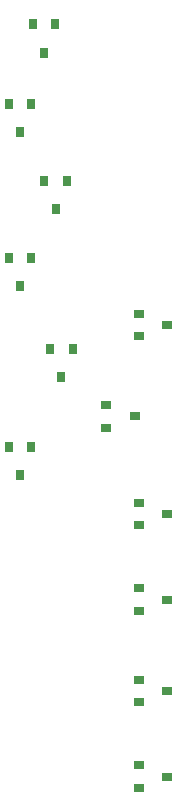
<source format=gbr>
%TF.GenerationSoftware,KiCad,Pcbnew,(6.0.2-0)*%
%TF.CreationDate,2022-04-11T12:52:22+09:00*%
%TF.ProjectId,reTProject,72655450-726f-46a6-9563-742e6b696361,rev?*%
%TF.SameCoordinates,Original*%
%TF.FileFunction,Paste,Top*%
%TF.FilePolarity,Positive*%
%FSLAX46Y46*%
G04 Gerber Fmt 4.6, Leading zero omitted, Abs format (unit mm)*
G04 Created by KiCad (PCBNEW (6.0.2-0)) date 2022-04-11 12:52:22*
%MOMM*%
%LPD*%
G01*
G04 APERTURE LIST*
%ADD10R,0.900000X0.800000*%
%ADD11R,0.800000X0.900000*%
G04 APERTURE END LIST*
D10*
%TO.C,Q7*%
X111300000Y-76050000D03*
X111300000Y-77950000D03*
X113700000Y-77000000D03*
%TD*%
%TO.C,Q11*%
X111300000Y-107050000D03*
X111300000Y-108950000D03*
X113700000Y-108000000D03*
%TD*%
D11*
%TO.C,Q5*%
X105700000Y-79050000D03*
X103800000Y-79050000D03*
X104750000Y-81450000D03*
%TD*%
D10*
%TO.C,Q12*%
X111300000Y-114300000D03*
X111300000Y-116200000D03*
X113700000Y-115250000D03*
%TD*%
D11*
%TO.C,Q2*%
X102200000Y-58300000D03*
X100300000Y-58300000D03*
X101250000Y-60700000D03*
%TD*%
D10*
%TO.C,Q8*%
X108550000Y-83800000D03*
X108550000Y-85700000D03*
X110950000Y-84750000D03*
%TD*%
D11*
%TO.C,Q3*%
X105200000Y-64800000D03*
X103300000Y-64800000D03*
X104250000Y-67200000D03*
%TD*%
%TO.C,Q4*%
X102200000Y-71300000D03*
X100300000Y-71300000D03*
X101250000Y-73700000D03*
%TD*%
D10*
%TO.C,Q9*%
X111300000Y-92050000D03*
X111300000Y-93950000D03*
X113700000Y-93000000D03*
%TD*%
D11*
%TO.C,Q6*%
X102200000Y-87300000D03*
X100300000Y-87300000D03*
X101250000Y-89700000D03*
%TD*%
%TO.C,Q1*%
X104200000Y-51550000D03*
X102300000Y-51550000D03*
X103250000Y-53950000D03*
%TD*%
D10*
%TO.C,Q10*%
X111300000Y-99300000D03*
X111300000Y-101200000D03*
X113700000Y-100250000D03*
%TD*%
M02*

</source>
